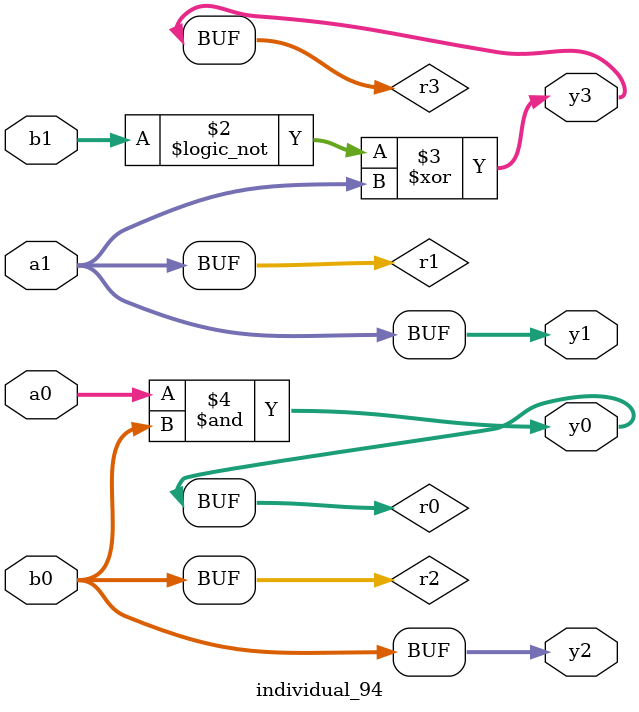
<source format=sv>
module individual_94(input logic [15:0] a1, input logic [15:0] a0, input logic [15:0] b1, input logic [15:0] b0, output logic [15:0] y3, output logic [15:0] y2, output logic [15:0] y1, output logic [15:0] y0);
logic [15:0] r0, r1, r2, r3; 
 always@(*) begin 
	 r0 = a0; r1 = a1; r2 = b0; r3 = b1; 
 	 r3 = ! b1 ;
 	 r3  ^=  r1 ;
 	 r0  &=  r2 ;
 	 y3 = r3; y2 = r2; y1 = r1; y0 = r0; 
end
endmodule
</source>
